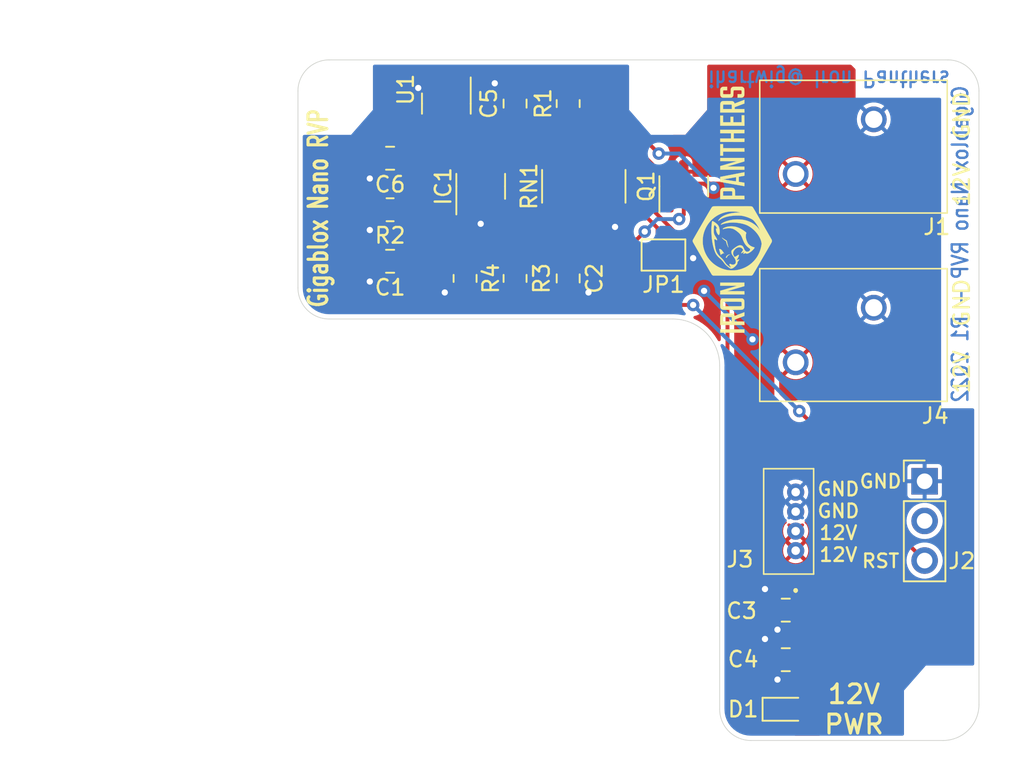
<source format=kicad_pcb>
(kicad_pcb (version 20211014) (generator pcbnew)
  (layers (0 "F.Cu" signal) (31 "B.Cu" signal) (34 "B.Paste" user) (35 "F.Paste" user) (36 "B.SilkS" user "B.Silkscreen") (37 "F.SilkS" user "F.Silkscreen") (38 "B.Mask" user) (39 "F.Mask" user) (44 "Edge.Cuts" user))
  (net 0 "")
  (net 1 "/RST_CONN")
  (net 2 "GND")
  (net 3 "/RST_IN")
  (net 4 "+12V")
  (net 5 "+3V0")
  (net 6 "/RST_CDELAY")
  (net 7 "/REG_VIN_K")
  (net 8 "/12V_CONN_EN")
  (net 9 "/12V_CONN")
  (net 11 "/12V_CONN_R")
  (net 12 "Net-(RN1-Pad2)")
  (footprint "frc-on-ftc-hw:WAGO_250-202" (layer "F.Cu") (at 131.365 25.71 -90)
    (fp_text reference "J1" (at 6.89 -4.035 180) (layer "F.SilkS"))
    (fp_text value "Conn_01x02" hide)
    (pad "1" thru_hole circle locked (at 0 0 270) (size 1.65 1.65) (drill 1.1) (layers *.Cu *.Mask) (net 2 "GND"))
    (pad "2" thru_hole circle locked (at 3.5 5 270) (size 1.65 1.65) (drill 1.1) (layers *.Cu *.Mask) (net 9 "/12V_CONN"))
  )
  (footprint "Resistor_SMD:R_0805_2012Metric" (layer "F.Cu") (at 108.4 35.9 90)
    (fp_text reference "R3" (at 0 1.7 90) (layer "F.SilkS"))
    (fp_text value "24k 1%")
    (pad "1" smd roundrect (at -0.9125 0 90) (size 1.025 1.4) (layers "F.Cu" "F.Paste" "F.Mask") (roundrect_rratio 0.243902439) (net 4 "+12V"))
    (pad "2" smd roundrect (at 0.9125 0 90) (size 1.025 1.4) (layers "F.Cu" "F.Paste" "F.Mask") (roundrect_rratio 0.243902439) (net 3 "/RST_IN"))
  )
  (footprint "LED_SMD:LED_0603_1608Metric" (layer "F.Cu") (at 125.73 63.5)
    (fp_text reference "D1" (at -2.73 0) (layer "F.SilkS"))
    (fp_text value "Green")
    (pad "1" smd roundrect (at -0.7875 0) (size 0.875 0.95) (layers "F.Cu" "F.Paste" "F.Mask") (net 7 "/REG_VIN_K"))
    (pad "2" smd roundrect (at 0.7875 0) (size 0.875 0.95) (layers "F.Cu" "F.Paste" "F.Mask") (net 4 "+12V"))
  )
  (footprint "Package_TO_SOT_SMD:SOT-23" (layer "F.Cu") (at 119.2 30 90)
    (fp_text reference "Q1" (at 0 -2.4 90) (layer "F.SilkS"))
    (fp_text value "Q_PMOS_GSD")
    (pad "1" smd roundrect (at -0.9375 -0.95 90) (size 1.475 0.6) (layers "F.Cu" "F.Paste" "F.Mask") (net 11 "/12V_CONN_R"))
    (pad "2" smd roundrect (at -0.9375 0.95 90) (size 1.475 0.6) (layers "F.Cu" "F.Paste" "F.Mask") (net 4 "+12V"))
    (pad "3" smd roundrect (at 0.9375 0 90) (size 1.475 0.6) (layers "F.Cu" "F.Paste" "F.Mask") (net 9 "/12V_CONN"))
  )
  (footprint "Resistor_SMD:R_0805_2012Metric" (layer "F.Cu") (at 111.8 24.7 -90)
    (fp_text reference "R1" (at 0 1.6 90) (layer "F.SilkS"))
    (fp_text value "27k")
    (pad "1" smd roundrect (at -0.9125 0 270) (size 1.025 1.4) (layers "F.Cu" "F.Paste" "F.Mask") (roundrect_rratio 0.243902439) (net 4 "+12V"))
    (pad "2" smd roundrect (at 0.9125 0 270) (size 1.025 1.4) (layers "F.Cu" "F.Paste" "F.Mask") (roundrect_rratio 0.243902439) (net 5 "+3V0"))
  )
  (footprint "MountingHole:MountingHole_2.2mm_M2" (layer "F.Cu") (at 118.2 24.2)
    (fp_text reference "H1" hide)
    (fp_text value "MountingHole" hide)
    (pad "" np_thru_hole circle (at 0 0) (size 2.2 2.2) (drill 2.2) (layers *.Cu *.Mask))
  )
  (footprint "Jumper:SolderJumper-2_P1.3mm_Open_TrianglePad1.0x1.5mm" (layer "F.Cu") (at 117.9 34.4)
    (fp_text reference "JP1" (at 0 1.9) (layer "F.SilkS"))
    (fp_text value "SolderJumper_2_Open")
    (pad "1" smd custom (at -0.725 0) (size 0.3 0.3) (layers "F.Cu" "F.Mask") (net 8 "/12V_CONN_EN") (options (clearance outline) (anchor rect)) (primitives (gr_poly (pts (xy 1 0) (xy 0.5 0.75) (xy -0.5 0.75) (xy -0.5 -0.75) (xy 0.5 -0.75)) (width 0) (fill yes))))
    (pad "2" smd custom (at 0.725 0) (size 0.3 0.3) (layers "F.Cu" "F.Mask") (net 2 "GND") (options (clearance outline) (anchor rect)) (primitives (gr_poly (pts (xy 0.5 0.75) (xy -0.65 0.75) (xy -0.15 0) (xy -0.65 -0.75) (xy 0.5 -0.75)) (width 0) (fill yes))))
  )
  (footprint "Package_TO_SOT_SMD:SOT-23-6" (layer "F.Cu") (at 106.2 30 90)
    (fp_text reference "IC1" (at 0 -2.4 90) (layer "F.SilkS"))
    (fp_text value "MAX6898AAZT+T")
    (pad "1" smd roundrect (at -1.1375 -0.95 90) (size 1.325 0.6) (layers "F.Cu" "F.Paste" "F.Mask") (net 1 "/RST_CONN"))
    (pad "2" smd roundrect (at -1.1375 0 90) (size 1.325 0.6) (layers "F.Cu" "F.Paste" "F.Mask") (net 2 "GND"))
    (pad "3" smd roundrect (at -1.1375 0.95 90) (size 1.325 0.6) (layers "F.Cu" "F.Paste" "F.Mask") (net 3 "/RST_IN"))
    (pad "4" smd roundrect (at 1.1375 0.95 90) (size 1.325 0.6) (layers "F.Cu" "F.Paste" "F.Mask") (net 8 "/12V_CONN_EN"))
    (pad "5" smd roundrect (at 1.1375 0 90) (size 1.325 0.6) (layers "F.Cu" "F.Paste" "F.Mask") (net 5 "+3V0"))
    (pad "6" smd roundrect (at 1.1375 -0.95 90) (size 1.325 0.6) (layers "F.Cu" "F.Paste" "F.Mask") (net 6 "/RST_CDELAY"))
  )
  (footprint "Capacitor_SMD:C_0805_2012Metric" (layer "F.Cu") (at 100.4 28.2 180)
    (fp_text reference "C6" (at 0 -1.68) (layer "F.SilkS"))
    (fp_text value "0.22uF")
    (pad "1" smd roundrect (at -0.95 0 180) (size 1 1.45) (layers "F.Cu" "F.Paste" "F.Mask") (net 6 "/RST_CDELAY"))
    (pad "2" smd roundrect (at 0.95 0 180) (size 1 1.45) (layers "F.Cu" "F.Paste" "F.Mask") (net 2 "GND"))
  )
  (footprint "frc-on-ftc-hw:0530470410" (layer "F.Cu") (at 126.365 53.34 -90)
    (fp_text reference "J3" (at 0.56 3.565 180) (layer "F.SilkS"))
    (fp_text value "Conn_01x04" hide)
    (pad "1" thru_hole circle locked (at 0 0 270) (size 1.1 1.1) (drill 0.55) (layers *.Cu *.Mask) (net 4 "+12V"))
    (pad "2" thru_hole circle locked (at -1.25 0 270) (size 1.1 1.1) (drill 0.55) (layers *.Cu *.Mask) (net 4 "+12V"))
    (pad "3" thru_hole circle locked (at -2.5 0 270) (size 1.1 1.1) (drill 0.55) (layers *.Cu *.Mask) (net 2 "GND"))
    (pad "4" thru_hole circle locked (at -3.75 0 270) (size 1.1 1.1) (drill 0.55) (layers *.Cu *.Mask) (net 2 "GND"))
  )
  (footprint "frc-on-ftc-hw:iron_panthers_wordmark_silk_5mm" (layer "F.Cu") (at 122.3 31.5 90)
    (fp_text reference "G***" hide)
    (fp_text value "LOGO" hide)
  )
  (footprint "Connector_PinHeader_2.54mm:PinHeader_1x03_P2.54mm_Vertical" (layer "F.Cu") (at 134.62 48.895)
    (fp_text reference "J2" (at 2.38 5.105) (layer "F.SilkS"))
    (fp_text value "Conn_01x03")
    (pad "1" thru_hole rect (at 0 0) (size 1.7 1.7) (drill 1) (layers *.Cu *.Mask) (net 2 "GND"))
    (pad "2" thru_hole oval (at 0 2.54) (size 1.7 1.7) (drill 1) (layers *.Cu *.Mask))
    (pad "3" thru_hole oval (at 0 5.08) (size 1.7 1.7) (drill 1) (layers *.Cu *.Mask) (net 1 "/RST_CONN"))
  )
  (footprint "Resistor_SMD:R_0805_2012Metric" (layer "F.Cu") (at 100.4 31.5 180)
    (fp_text reference "R2" (at 0 -1.65) (layer "F.SilkS"))
    (fp_text value "4.7k")
    (pad "1" smd roundrect (at -0.9125 0 180) (size 1.025 1.4) (layers "F.Cu" "F.Paste" "F.Mask") (roundrect_rratio 0.243902439) (net 1 "/RST_CONN"))
    (pad "2" smd roundrect (at 0.9125 0 180) (size 1.025 1.4) (layers "F.Cu" "F.Paste" "F.Mask") (roundrect_rratio 0.243902439) (net 2 "GND"))
  )
  (footprint "Resistor_SMD:R_Array_Convex_4x1206" (layer "F.Cu") (at 112.8 30 90)
    (fp_text reference "RN1" (at 0 -3.5 90) (layer "F.SilkS"))
    (fp_text value "15k")
    (pad "1" smd rect (at -1.5 -2 90) (size 0.9 0.9) (layers "F.Cu" "F.Paste" "F.Mask") (net 9 "/12V_CONN"))
    (pad "2" smd rect (at -1.5 -0.66 90) (size 0.9 0.9) (layers "F.Cu" "F.Paste" "F.Mask") (net 12 "Net-(RN1-Pad2)"))
    (pad "3" smd rect (at -1.5 0.66 90) (size 0.9 0.9) (layers "F.Cu" "F.Paste" "F.Mask") (net 12 "Net-(RN1-Pad2)"))
    (pad "4" smd rect (at -1.5 2 90) (size 0.9 0.9) (layers "F.Cu" "F.Paste" "F.Mask") (net 2 "GND"))
    (pad "5" smd rect (at 1.5 2 90) (size 0.9 0.9) (layers "F.Cu" "F.Paste" "F.Mask") (net 7 "/REG_VIN_K"))
    (pad "6" smd rect (at 1.5 0.66 90) (size 0.9 0.9) (layers "F.Cu" "F.Paste" "F.Mask") (net 8 "/12V_CONN_EN"))
    (pad "7" smd rect (at 1.5 -0.66 90) (size 0.9 0.9) (layers "F.Cu" "F.Paste" "F.Mask") (net 11 "/12V_CONN_R"))
    (pad "8" smd rect (at 1.5 -2 90) (size 0.9 0.9) (layers "F.Cu" "F.Paste" "F.Mask") (net 11 "/12V_CONN_R"))
  )
  (footprint "Capacitor_SMD:C_0805_2012Metric" (layer "F.Cu") (at 125.73 60.325 180)
    (fp_text reference "C4" (at 2.73 0.025) (layer "F.SilkS"))
    (fp_text value "DNP")
    (pad "1" smd roundrect (at -0.95 0 180) (size 1 1.45) (layers "F.Cu" "F.Paste" "F.Mask") (net 4 "+12V"))
    (pad "2" smd roundrect (at 0.95 0 180) (size 1 1.45) (layers "F.Cu" "F.Paste" "F.Mask") (net 2 "GND"))
  )
  (footprint "Capacitor_SMD:C_0805_2012Metric" (layer "F.Cu") (at 111.8 35.9 -90)
    (fp_text reference "C2" (at 0 -1.68 90) (layer "F.SilkS"))
    (fp_text value "0.1uF")
    (pad "1" smd roundrect (at -0.95 0 270) (size 1 1.45) (layers "F.Cu" "F.Paste" "F.Mask") (net 3 "/RST_IN"))
    (pad "2" smd roundrect (at 0.95 0 270) (size 1 1.45) (layers "F.Cu" "F.Paste" "F.Mask") (net 2 "GND"))
  )
  (footprint "Capacitor_SMD:C_0805_2012Metric" (layer "F.Cu") (at 125.73 57.15 180)
    (fp_text reference "C3" (at 2.83 -0.05) (layer "F.SilkS"))
    (fp_text value "DNP")
    (pad "1" smd roundrect (at -0.95 0 180) (size 1 1.45) (layers "F.Cu" "F.Paste" "F.Mask") (net 4 "+12V"))
    (pad "2" smd roundrect (at 0.95 0 180) (size 1 1.45) (layers "F.Cu" "F.Paste" "F.Mask") (net 2 "GND"))
  )
  (footprint "MountingHole:MountingHole_2.2mm_M2" (layer "F.Cu") (at 96.8 24.2)
    (fp_text reference "H2" hide)
    (fp_text value "MountingHole" hide)
    (pad "" np_thru_hole circle (at 0 0) (size 2.2 2.2) (drill 2.2) (layers *.Cu *.Mask))
  )
  (footprint "Package_TO_SOT_SMD:SOT-23" (layer "F.Cu") (at 104 24.7 -90)
    (fp_text reference "U1" (at -0.9 2.6 90) (layer "F.SilkS"))
    (fp_text value "LM4040DIM3-3.0")
    (pad "1" smd roundrect (at -0.9375 -0.95 270) (size 1.475 0.6) (layers "F.Cu" "F.Paste" "F.Mask") (net 5 "+3V0"))
    (pad "2" smd roundrect (at -0.9375 0.95 270) (size 1.475 0.6) (layers "F.Cu" "F.Paste" "F.Mask") (net 2 "GND"))
    (pad "3" smd roundrect (at 0.9375 0 270) (size 1.475 0.6) (layers "F.Cu" "F.Paste" "F.Mask"))
  )
  (footprint "Capacitor_SMD:C_0805_2012Metric" (layer "F.Cu") (at 108.4 24.7 90)
    (fp_text reference "C5" (at 0 -1.68 90) (layer "F.SilkS"))
    (fp_text value "0.1uF")
    (pad "1" smd roundrect (at -0.95 0 90) (size 1 1.45) (layers "F.Cu" "F.Paste" "F.Mask") (net 5 "+3V0"))
    (pad "2" smd roundrect (at 0.95 0 90) (size 1 1.45) (layers "F.Cu" "F.Paste" "F.Mask") (net 2 "GND"))
  )
  (footprint "MountingHole:MountingHole_2.2mm_M2" (layer "F.Cu") (at 135.8 63.2)
    (fp_text reference "H3" hide)
    (fp_text value "MountingHole")
    (pad "" np_thru_hole circle (at 0 0) (size 2.2 2.2) (drill 2.2) (layers *.Cu *.Mask))
  )
  (footprint "frc-on-ftc-hw:WAGO_250-202" (layer "F.Cu") (at 131.365 37.775 -90)
    (fp_text reference "J4" (at 6.925 -3.935 180) (layer "F.SilkS"))
    (fp_text value "Conn_01x02" hide)
    (pad "1" thru_hole circle locked (at 0 0 270) (size 1.65 1.65) (drill 1.1) (layers *.Cu *.Mask) (net 2 "GND"))
    (pad "2" thru_hole circle locked (at 3.5 5 270) (size 1.65 1.65) (drill 1.1) (layers *.Cu *.Mask) (net 9 "/12V_CONN"))
  )
  (footprint "Resistor_SMD:R_0805_2012Metric" (layer "F.Cu") (at 105.2 35.9 -90)
    (fp_text reference "R4" (at 0 -1.65 90) (layer "F.SilkS"))
    (fp_text value "2.2k 1%")
    (pad "1" smd roundrect (at -0.9125 0 270) (size 1.025 1.4) (layers "F.Cu" "F.Paste" "F.Mask") (roundrect_rratio 0.243902439) (net 3 "/RST_IN"))
    (pad "2" smd roundrect (at 0.9125 0 270) (size 1.025 1.4) (layers "F.Cu" "F.Paste" "F.Mask") (roundrect_rratio 0.243902439) (net 2 "GND"))
  )
  (footprint "Capacitor_SMD:C_0805_2012Metric" (layer "F.Cu") (at 100.4 34.8 180)
    (fp_text reference "C1" (at 0 -1.68) (layer "F.SilkS"))
    (fp_text value "DNP")
    (pad "1" smd roundrect (at -0.95 0 180) (size 1 1.45) (layers "F.Cu" "F.Paste" "F.Mask") (net 1 "/RST_CONN"))
    (pad "2" smd roundrect (at 0.95 0 180) (size 1 1.45) (layers "F.Cu" "F.Paste" "F.Mask") (net 2 "GND"))
  )
  (gr_arc (start 138.1 63.2) (mid 137.426346 64.826346) (end 135.8 65.5) (layer "Edge.Cuts") (width 0.05))
  (gr_line (start 94.5 36.5) (end 94.5 23.9) (layer "Edge.Cuts") (width 0.05))
  (gr_arc (start 123.5 65.5) (mid 122.085786 64.914214) (end 121.5 63.5) (layer "Edge.Cuts") (width 0.05))
  (gr_arc (start 118.5 38.5) (mid 120.62132 39.37868) (end 121.5 41.5) (layer "Edge.Cuts") (width 0.05))
  (gr_line (start 123.5 65.5) (end 135.8 65.5) (layer "Edge.Cuts") (width 0.05))
  (gr_line (start 138.1 23.9) (end 138.1 63.2) (layer "Edge.Cuts") (width 0.05))
  (gr_arc (start 96.5 38.5) (mid 95.085786 37.914214) (end 94.5 36.5) (layer "Edge.Cuts") (width 0.05))
  (gr_line (start 121.5 63.5) (end 121.5 41.5) (layer "Edge.Cuts") (width 0.05))
  (gr_arc (start 136.1 21.9) (mid 137.514214 22.485786) (end 138.1 23.9) (layer "Edge.Cuts") (width 0.05))
  (gr_arc (start 94.5 23.9) (mid 95.085786 22.485786) (end 96.5 21.9) (layer "Edge.Cuts") (width 0.05))
  (gr_line (start 118.5 38.5) (end 96.5 38.5) (layer "Edge.Cuts") (width 0.05))
  (gr_line (start 136.1 21.9) (end 96.5 21.9) (layer "Edge.Cuts") (width 0.05))
  (gr_text "ihartwig@ Iron Panthers" (at 128.5 23.1 180) (layer "B.Cu") (effects (font (size 1 0.85)) (justify mirror)))
  (gr_text "Gigablox Nano RVP - R1 2022" (at 136.9 33.7 90) (layer "B.Cu") (effects (font (size 1 0.85)) (justify mirror)))
  (gr_text "Gigablox Nano RVP" (at 95.8 31.4 90) (layer "F.SilkS") (effects (font (size 1.2 0.87) (thickness 0.2))))
  (gr_text "GND" (at 131.8 48.9) (layer "F.SilkS") (effects (font (size 0.87 0.87))))
  (gr_text "12V  GND" (at 137 39.6 90) (layer "F.SilkS") (effects (font (size 1 1))))
  (gr_text "12V  GND" (at 137 27.6 90) (layer "F.SilkS") (effects (font (size 1 1))))
  (gr_text "GND\nGND\n12V\n12V" (at 129.1 51.5) (layer "F.SilkS") (effects (font (size 0.87 0.87))))
  (gr_text "RST" (at 131.8 54) (layer "F.SilkS") (effects (font (size 0.87 0.87))))
  (gr_text "12V\nPWR" (at 130.1 63.5) (layer "F.SilkS") (effects (font (size 1.2 1.2) (thickness 0.2))))
  (segment (start 103.1 37.3) (end 103.1 34.9) (width 0.25) (layer "F.Cu") (net 1))
  (segment (start 132.7 52.055) (end 132.7 50.5) (width 0.25) (layer "F.Cu") (net 1))
  (segment (start 101.35 34.8) (end 101.35 33.35) (width 0.25) (layer "F.Cu") (net 1))
  (segment (start 105.25 32.75) (end 104.85 33.15) (width 0.25) (layer "F.Cu") (net 1))
  (segment (start 103.8 38) (end 103.1 37.3) (width 0.25) (layer "F.Cu") (net 1))
  (segment (start 101.35 33.35) (end 101.35 33.15) (width 0.25) (layer "F.Cu") (net 1))
  (segment (start 118.1 38) (end 103.8 38) (width 0.25) (layer "F.Cu") (net 1))
  (segment (start 103.1 34.9) (end 104.55 33.45) (width 0.25) (layer "F.Cu") (net 1))
  (segment (start 105.25 31.1375) (end 105.25 32.75) (width 0.25) (layer "F.Cu") (net 1))
  (segment (start 101.65 33.15) (end 101.35 33.15) (width 0.25) (layer "F.Cu") (net 1))
  (segment (start 101.65 33.15) (end 101.55 33.15) (width 0.25) (layer "F.Cu") (net 1))
  (segment (start 101.35 32.95) (end 101.35 31.5375) (width 0.25) (layer "F.Cu") (net 1))
  (segment (start 101.35 32.95) (end 101.55 33.15) (width 0.25) (layer "F.Cu") (net 1))
  (segment (start 132.7 50.5) (end 126.6 44.4) (width 0.25) (layer "F.Cu") (net 1))
  (segment (start 104.25 33.15) (end 101.65 33.15) (width 0.25) (layer "F.Cu") (net 1))
  (segment (start 104.85 33.15) (end 104.25 33.15) (width 0.25) (layer "F.Cu") (net 1))
  (segment (start 101.35 31.5375) (end 101.3125 31.5) (width 0.25) (layer "F.Cu") (net 1))
  (segment (start 118.5 37.6) (end 119.8 37.6) (width 0.25) (layer "F.Cu") (net 1))
  (segment (start 134.62 53.975) (end 132.7 52.055) (width 0.25) (layer "F.Cu") (net 1))
  (segment (start 104.55 33.45) (end 104.85 33.15) (width 0.25) (layer "F.Cu") (net 1))
  (segment (start 101.35 33.15) (end 101.35 32.95) (width 0.25) (layer "F.Cu") (net 1))
  (segment (start 101.55 33.15) (end 101.35 33.35) (width 0.25) (layer "F.Cu") (net 1))
  (segment (start 104.25 33.15) (end 104.55 33.45) (width 0.25) (layer "F.Cu") (net 1))
  (segment (start 118.1 38) (end 118.5 37.6) (width 0.25) (layer "F.Cu") (net 1))
  (via (at 126.6 44.4) (size 0.8) (drill 0.4) (layers "F.Cu" "B.Cu") (net 1))
  (via (at 119.8 37.6) (size 0.8) (drill 0.4) (layers "F.Cu" "B.Cu") (net 1))
  (segment (start 121 38.8) (end 119.8 37.6) (width 0.25) (layer "B.Cu") (net 1))
  (segment (start 126.6 44.4) (end 121 38.8) (width 0.25) (layer "B.Cu") (net 1))
  (segment (start 124.78 57.15) (end 124.78 56.18) (width 0.25) (layer "F.Cu") (net 2))
  (segment (start 124.78 60.325) (end 124.78 59.38) (width 0.25) (layer "F.Cu") (net 2))
  (segment (start 124.78 61.18) (end 125.2 61.6) (width 0.25) (layer "F.Cu") (net 2))
  (segment (start 99.45 35.75) (end 99.1 36.1) (width 0.25) (layer "F.Cu") (net 2))
  (segment (start 124.78 60.325) (end 124.78 61.18) (width 0.25) (layer "F.Cu") (net 2))
  (segment (start 99.45 34.8) (end 99.45 35.75) (width 0.25) (layer "F.Cu") (net 2))
  (segment (start 107.45 23.75) (end 107.1 23.4) (width 0.25) (layer "F.Cu") (net 2))
  (segment (start 124.78 57.15) (end 124.78 57.98) (width 0.25) (layer "F.Cu") (net 2))
  (segment (start 111.8 36.85) (end 113.05 36.85) (width 0.25) (layer "F.Cu") (net 2))
  (segment (start 99.45 29.15) (end 99.1 29.5) (width 0.25) (layer "F.Cu") (net 2))
  (segment (start 102.2625 23.7625) (end 102.2 23.7) (width 0.25) (layer "F.Cu") (net 2))
  (segment (start 124.78 56.18) (end 124.4 55.8) (width 0.25) (layer "F.Cu") (net 2))
  (segment (start 106.2 31.1375) (end 106.2 32.4) (width 0.25) (layer "F.Cu") (net 2))
  (segment (start 103.05 23.7625) (end 102.2625 23.7625) (width 0.25) (layer "F.Cu") (net 2))
  (segment (start 124.78 59.38) (end 124.4 59) (width 0.25) (layer "F.Cu") (net 2))
  (segment (start 114.8 31.5) (end 114.8 32.6) (width 0.25) (layer "F.Cu") (net 2))
  (segment (start 108.4 23.75) (end 107.45 23.75) (width 0.25) (layer "F.Cu") (net 2))
  (segment (start 99.4875 31.5) (end 99.4875 32.4125) (width 0.25) (layer "F.Cu") (net 2))
  (segment (start 103.9125 36.8125) (end 103.9 36.8) (width 0.25) (layer "F.Cu") (net 2))
  (segment (start 118.625 34.4) (end 119.6 34.4) (width 0.25) (layer "F.Cu") (net 2))
  (segment (start 99.45 28.2) (end 99.45 29.15) (width 0.25) (layer "F.Cu") (net 2))
  (segment (start 124.78 57.98) (end 125.2 58.4) (width 0.25) (layer "F.Cu") (net 2))
  (segment (start 119.6 34.4) (end 119.8 34.6) (width 0.25) (layer "F.Cu") (net 2))
  (segment (start 105.2 36.8125) (end 103.9125 36.8125) (width 0.25) (layer "F.Cu") (net 2))
  (segment (start 113.05 36.85) (end 113.1 36.8) (width 0.25) (layer "F.Cu") (net 2))
  (segment (start 99.4875 32.4125) (end 99.1 32.8) (width 0.25) (layer "F.Cu") (net 2))
  (via (at 113.1 36.8) (size 0.8) (drill 0.4) (layers "F.Cu" "B.Cu") (net 2))
  (via (at 99.1 36.1) (size 0.8) (drill 0.4) (layers "F.Cu" "B.Cu") (net 2))
  (via (at 99.1 32.8) (size 0.8) (drill 0.4) (layers "F.Cu" "B.Cu") (net 2))
  (via (at 119.8 34.6) (size 0.8) (drill 0.4) (layers "F.Cu" "B.Cu") (net 2))
  (via (at 114.8 32.6) (size 0.8) (drill 0.4) (layers "F.Cu" "B.Cu") (net 2))
  (via (at 99.1 29.5) (size 0.8) (drill 0.4) (layers "F.Cu" "B.Cu") (net 2))
  (via (at 106.2 32.4) (size 0.8) (drill 0.4) (layers "F.Cu" "B.Cu") (net 2))
  (via (at 102.2 23.7) (size 0.8) (drill 0.4) (layers "F.Cu" "B.Cu") (net 2))
  (via (at 103.9 36.8) (size 0.8) (drill 0.4) (layers "F.Cu" "B.Cu") (net 2))
  (via (at 124.4 59) (size 0.8) (drill 0.4) (layers "F.Cu" "B.Cu") (net 2))
  (via (at 107.1 23.4) (size 0.8) (drill 0.4) (layers "F.Cu" "B.Cu") (net 2))
  (via (at 125.2 58.4) (size 0.8) (drill 0.4) (layers "F.Cu" "B.Cu") (net 2))
  (via (at 125.2 61.6) (size 0.8) (drill 0.4) (layers "F.Cu" "B.Cu") (net 2))
  (via (at 124.4 55.8) (size 0.8) (drill 0.4) (layers "F.Cu" "B.Cu") (net 2))
  (segment (start 106.9125 34.9875) (end 107.3875 34.9875) (width 0.25) (layer "F.Cu") (net 3))
  (segment (start 107.15 31.1375) (end 107.15 34.75) (width 0.25) (layer "F.Cu") (net 3))
  (segment (start 105.2 34.9875) (end 106.9125 34.9875) (width 0.25) (layer "F.Cu") (net 3))
  (segment (start 107.15 34.75) (end 106.9125 34.9875) (width 0.25) (layer "F.Cu") (net 3))
  (segment (start 107.15 34.75) (end 107.3875 34.9875) (width 0.25) (layer "F.Cu") (net 3))
  (segment (start 111.7625 34.9875) (end 111.8 34.95) (width 0.25) (layer "F.Cu") (net 3))
  (segment (start 107.3875 34.9875) (end 108.4 34.9875) (width 0.25) (layer "F.Cu") (net 3))
  (segment (start 108.4 34.9875) (end 111.7625 34.9875) (width 0.25) (layer "F.Cu") (net 3))
  (segment (start 111.8 23.7875) (end 113.4875 23.7875) (width 0.25) (layer "F.Cu") (net 4))
  (segment (start 108.4 36.8125) (end 109.3125 35.9) (width 0.25) (layer "F.Cu") (net 4))
  (segment (start 120.5 36.7) (end 114.5 36.7) (width 0.25) (layer "F.Cu") (net 4))
  (segment (start 109.3125 35.9) (end 113.7 35.9) (width 0.25) (layer "F.Cu") (net 4))
  (segment (start 113.7 35.9) (end 114.5 36.7) (width 0.25) (layer "F.Cu") (net 4))
  (segment (start 113.4875 23.7875) (end 117.6 27.9) (width 0.25) (layer "F.Cu") (net 4))
  (via (at 117.6 27.9) (size 0.8) (drill 0.4) (layers "F.Cu" "B.Cu") (net 4))
  (via (at 120.5 36.7) (size 0.8) (drill 0.4) (layers "F.Cu" "B.Cu") (net 4))
  (via (at 121.1 30.1) (size 0.8) (drill 0.4) (layers "F.Cu" "B.Cu") (net 4))
  (via (at 123.6 39.8) (size 0.8) (drill 0.4) (layers "F.Cu" "B.Cu") (net 4))
  (segment (start 117.6 27.9) (end 118.9 27.9) (width 0.25) (layer "B.Cu") (net 4))
  (segment (start 118.9 27.9) (end 121.1 30.1) (width 0.25) (layer "B.Cu") (net 4))
  (segment (start 120.5 36.7) (end 123.6 39.8) (width 0.25) (layer "B.Cu") (net 4))
  (segment (start 106.2 25.5) (end 106.3 25.6) (width 0.25) (layer "F.Cu") (net 5))
  (segment (start 106.2 25.3) (end 106.2 25.5) (width 0.25) (layer "F.Cu") (net 5))
  (segment (start 105.7625 23.7625) (end 106.2 24.2) (width 0.25) (layer "F.Cu") (net 5))
  (segment (start 106.2 25.2) (end 106.2 24.2) (width 0.25) (layer "F.Cu") (net 5))
  (segment (start 108.4 25.65) (end 106.55 25.65) (width 0.25) (layer "F.Cu") (net 5))
  (segment (start 104.95 23.7625) (end 105.7625 23.7625) (width 0.25) (layer "F.Cu") (net 5))
  (segment (start 106.55 25.65) (end 106.2 26) (width 0.25) (layer "F.Cu") (net 5))
  (segment (start 106.2 25.3) (end 106.2 25.2) (width 0.25) (layer "F.Cu") (net 5))
  (segment (start 106.55 25.65) (end 106.2 25.3) (width 0.25) (layer "F.Cu") (net 5))
  (segment (start 111.7625 25.65) (end 111.8 25.6125) (width 0.25) (layer "F.Cu") (net 5))
  (segment (start 106.2 28.8625) (end 106.2 26) (width 0.25) (layer "F.Cu") (net 5))
  (segment (start 108.4 25.65) (end 111.7625 25.65) (width 0.25) (layer "F.Cu") (net 5))
  (segment (start 106.2 26) (end 106.2 25.2) (width 0.25) (layer "F.Cu") (net 5))
  (segment (start 105.25 28.05) (end 104.9 27.7) (width 0.25) (layer "F.Cu") (net 6))
  (segment (start 103.1 27.7) (end 102.6 28.2) (width 0.25) (layer "F.Cu") (net 6))
  (segment (start 102.6 28.2) (end 101.35 28.2) (width 0.25) (layer "F.Cu") (net 6))
  (segment (start 104.9 27.7) (end 103.1 27.7) (width 0.25) (layer "F.Cu") (net 6))
  (segment (start 105.25 28.8625) (end 105.25 28.05) (width 0.25) (layer "F.Cu") (net 6))
  (segment (start 115.151964 28.851964) (end 114.8 28.5) (width 0.25) (layer "F.Cu") (net 7))
  (segment (start 124.9425 63.5) (end 122.7 63.5) (width 0.25) (layer "F.Cu") (net 7))
  (segment (start 120.25 32.95) (end 118.65 32.95) (width 0.25) (layer "F.Cu") (net 7))
  (segment (start 115.151964 29.451964) (end 115.151964 28.851964) (width 0.25) (layer "F.Cu") (net 7))
  (segment (start 118.65 32.95) (end 115.151964 29.451964) (width 0.25) (layer "F.Cu") (net 7))
  (segment (start 122 34.7) (end 120.25 32.95) (width 0.25) (layer "F.Cu") (net 7))
  (segment (start 122.7 63.5) (end 122 62.8) (width 0.25) (layer "F.Cu") (net 7))
  (segment (start 122 62.8) (end 122 34.7) (width 0.25) (layer "F.Cu") (net 7))
  (segment (start 113.46 28.610978) (end 117.524022 32.675) (width 0.25) (layer "F.Cu") (net 8))
  (segment (start 109.4 29.4) (end 109.2 29.4) (width 0.25) (layer "F.Cu") (net 8))
  (segment (start 113.46 28.5) (end 113.46 28.64) (width 0.25) (layer "F.Cu") (net 8))
  (segment (start 113.46 28.5) (end 113.46 28.610978) (width 0.25) (layer "F.Cu") (net 8))
  (segment (start 112.9 29.2) (end 112.7 29.4) (width 0.25) (layer "F.Cu") (net 8))
  (segment (start 107.15 28.8625) (end 108.6625 28.8625) (width 0.25) (layer "F.Cu") (net 8))
  (segment (start 117.524022 34.050978) (end 117.175 34.4) (width 0.25) (layer "F.Cu") (net 8))
  (segment (start 112.7 29.4) (end 109.4 29.4) (width 0.25) (layer "F.Cu") (net 8))
  (segment (start 113.46 28.64) (end 112.9 29.2) (width 0.25) (layer "F.Cu") (net 8))
  (segment (start 108.6625 28.8625) (end 109.2 29.4) (width 0.25) (layer "F.Cu") (net 8))
  (segment (start 117.524022 32.675) (end 117.524022 34.050978) (width 0.25) (layer "F.Cu") (net 8))
  (segment (start 119.2 29.0625) (end 119.2 31.8) (width 0.25) (layer "F.Cu") (net 9))
  (segment (start 119.2 31.8) (end 118.9 32.1) (width 0.25) (layer "F.Cu") (net 9))
  (segment (start 116.7 32.9) (end 116.2 33.4) (width 0.25) (layer "F.Cu") (net 9))
  (segment (start 110.8 32.8) (end 110.8 31.5) (width 0.25) (layer "F.Cu") (net 9))
  (segment (start 116.2 33.4) (end 111.4 33.4) (width 0.25) (layer "F.Cu") (net 9))
  (segment (start 111.4 33.4) (end 110.8 32.8) (width 0.25) (layer "F.Cu") (net 9))
  (via (at 118.9 32.1) (size 0.8) (drill 0.4) (layers "F.Cu" "B.Cu") (net 9))
  (via (at 116.7 32.9) (size 0.8) (drill 0.4) (layers "F.Cu" "B.Cu") (net 9))
  (segment (start 117.5 32.1) (end 116.7 32.9) (width 0.25) (layer "B.Cu") (net 9))
  (segment (start 118.9 32.1) (end 117.5 32.1) (width 0.25) (layer "B.Cu") (net 9))
  (segment (start 111.9 27.52) (end 112.14 27.76) (width 0.25) (layer "F.Cu") (net 11))
  (segment (start 112.14 28.5) (end 112.14 27.76) (width 0.25) (layer "F.Cu") (net 11))
  (segment (start 112.4 27.5) (end 112.2 27.5) (width 0.25) (layer "F.Cu") (net 11))
  (segment (start 110.8 28.5) (end 110.8 27.7) (width 0.25) (layer "F.Cu") (net 11))
  (segment (start 112.14 27.76) (end 112.14 27.56) (width 0.25) (layer "F.Cu") (net 11))
  (segment (start 112.14 27.76) (end 112.4 27.5) (width 0.25) (layer "F.Cu") (net 11))
  (segment (start 110.8 27.7) (end 111 27.5) (width 0.25) (layer "F.Cu") (net 11))
  (segment (start 118.25 29.65) (end 116.1 27.5) (width 0.25) (layer "F.Cu") (net 11))
  (segment (start 112.8 27.5) (end 112.4 27.5) (width 0.25) (layer "F.Cu") (net 11))
  (segment (start 116.1 27.5) (end 112.8 27.5) (width 0.25) (layer "F.Cu") (net 11))
  (segment (start 111 27.5) (end 111.5 27.5) (width 0.25) (layer "F.Cu") (net 11))
  (segment (start 118.25 30.9375) (end 118.25 29.65) (width 0.25) (layer "F.Cu") (net 11))
  (segment (start 111.9 27.5) (end 111.9 27.52) (width 0.25) (layer "F.Cu") (net 11))
  (segment (start 112.14 27.56) (end 112.2 27.5) (width 0.25) (layer "F.Cu") (net 11))
  (segment (start 111.9 27.5) (end 111.5 27.5) (width 0.25) (layer "F.Cu") (net 11))
  (segment (start 112.2 27.5) (end 111.9 27.5) (width 0.25) (layer "F.Cu") (net 11))
  (segment (start 112.4 32.5) (end 113.2 32.5) (width 0.25) (layer "F.Cu") (net 12))
  (segment (start 113.46 32.24) (end 113.46 31.5) (width 0.25) (layer "F.Cu") (net 12))
  (segment (start 113.2 32.5) (end 113.46 32.24) (width 0.25) (layer "F.Cu") (net 12))
  (segment (start 112.14 32.24) (end 112.4 32.5) (width 0.25) (layer "F.Cu") (net 12))
  (segment (start 112.14 31.5) (end 112.14 32.24) (width 0.25) (layer "F.Cu") (net 12))
  (zone (net 9) (net_name "/12V_CONN") (layer "F.Cu") (connect_pads (clearance 0.3048)) (min_thickness 0.2032) (fill yes (thermal_gap 0.254) (thermal_bridge_width 0.255))
    (polygon (pts (xy 130.2 22.5) (xy 130.2 35.9) (xy 130.2 45.7) (xy 129.9 46) (xy 129.2 46) (xy 127 43.8) (xy 125.8 43.8) (xy 125.2 43.2) (xy 125.2 36.8) (xy 118.2 29.7) (xy 118.2 27) (xy 118.5 26.7) (xy 118.5 21.5) (xy 123.8 21.5) (xy 129.2 21.5)))
  )
  (zone (net 0) (net_name "") (layers F&B.Cu) (connect_pads (clearance 0)) (min_thickness 0.2032)
    (keepout (tracks allowed) (vias allowed) (pads allowed) (copperpour not_allowed) (footprints allowed))
    (fill (thermal_gap 0.254) (thermal_bridge_width 0.255))
    (polygon (pts (xy 120.7 25.1) (xy 119.3 26.7) (xy 117.1 26.7) (xy 115.7 25.1) (xy 115.7 20.6) (xy 120.7 20.6)))
  )
  (zone (net 4) (net_name "+12V") (layer "F.Cu") (priority 1) (connect_pads (clearance 0.3048)) (min_thickness 0.2032) (fill yes (thermal_gap 0.254) (thermal_bridge_width 0.255))
    (polygon (pts (xy 125 30) (xy 125 43.7) (xy 128.6 47.3) (xy 128.6 64.5) (xy 127.3 65.8) (xy 126.9 65.8) (xy 125.6 64.5) (xy 125.6 56.6) (xy 119.3 50.3) (xy 119.3 30.2) (xy 119.8 29.7) (xy 124.7 29.7)))
  )
  (zone (net 0) (net_name "") (layer "B.Cu") (connect_pads (clearance 0)) (min_thickness 0.2032)
    (keepout (tracks allowed) (vias allowed) (pads allowed) (copperpour not_allowed) (footprints allowed))
    (fill (thermal_gap 0.254) (thermal_bridge_width 0.255))
    (polygon (pts (xy 133.3 62.3) (xy 134.7 60.7) (xy 138.3 60.7) (xy 138.3 62.3) (xy 138.3 66.8) (xy 133.3 66.8)))
  )
  (zone (net 2) (net_name "GND") (layer "B.Cu") (connect_pads (clearance 0.3048)) (min_thickness 0.2032) (fill yes (thermal_gap 0.254) (thermal_bridge_width 0.255))
    (polygon (pts (xy 141 68) (xy 92 68) (xy 92 20) (xy 141 20)))
  )
  (zone (net 0) (net_name "") (layer "B.Cu") (connect_pads (clearance 0)) (min_thickness 0.2032)
    (keepout (tracks allowed) (vias allowed) (pads allowed) (copperpour not_allowed) (footprints allowed))
    (fill (thermal_gap 0.254) (thermal_bridge_width 0.255))
    (polygon (pts (xy 99.3 25.1) (xy 97.9 26.7) (xy 94.3 26.7) (xy 94.3 25.1) (xy 94.3 20.6) (xy 99.3 20.6)))
  )
)
</source>
